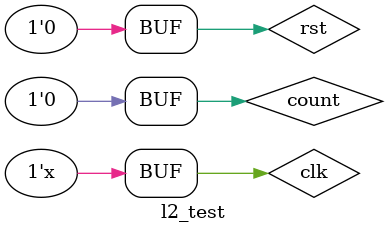
<source format=v>
`timescale 1ns / 1ps


module l2_test;

	// Outputs
	reg rst;
	reg clk;
	reg count;

	// Outputs
	wire cnt;
	wire [1:0] s_out;

	// Instantiate the Unit Under Test (UUT)
	l2 uut (
		.rst(rst), 
		.clk(clk), 
		.count(count), 
		.cnt(cnt), 
		.s_out(s_out)
	);

	always #10 clk=!clk;
	initial begin
		// Initialize Inputs
		rst=1;
		clk=0;
		count=0;
		#600
		rst=0;
		count=1;
		
		#100
		count=0;
	
		#100
		count=1;
		// Wait 100 ns for global reset to finish
		#100
		count=0;
		
      #100
		count=1;
		#100
		count=0;
	
		#100
		count=1;
		// Wait 100 ns for global reset to finish
		#100
		count=0;
		
		#100
		count=1;
		
		#4000
		count=0;
		
		#100
		count=1;
		#100
		count=0;
	
		#100
		count=1;
		// Wait 100 ns for global reset to finish
		#100
		count=0;
		
		#100
		count=1;
		#100
		count=0;
	
		#100
		count=1;
		// Wait 100 ns for global reset to finish
		#100
		count=0;
		
		#100
		count=1;
		#100
		count=0;
	
		#100
		count=1;
		// Wait 100 ns for global reset to finish
		#100
		count=0;
		
		#100
		count=1;
		#100
		count=0;
	
		#100
		count=1;
		// Wait 100 ns for global reset to finish
		#100
		count=0;
		

	end

      
endmodule


</source>
